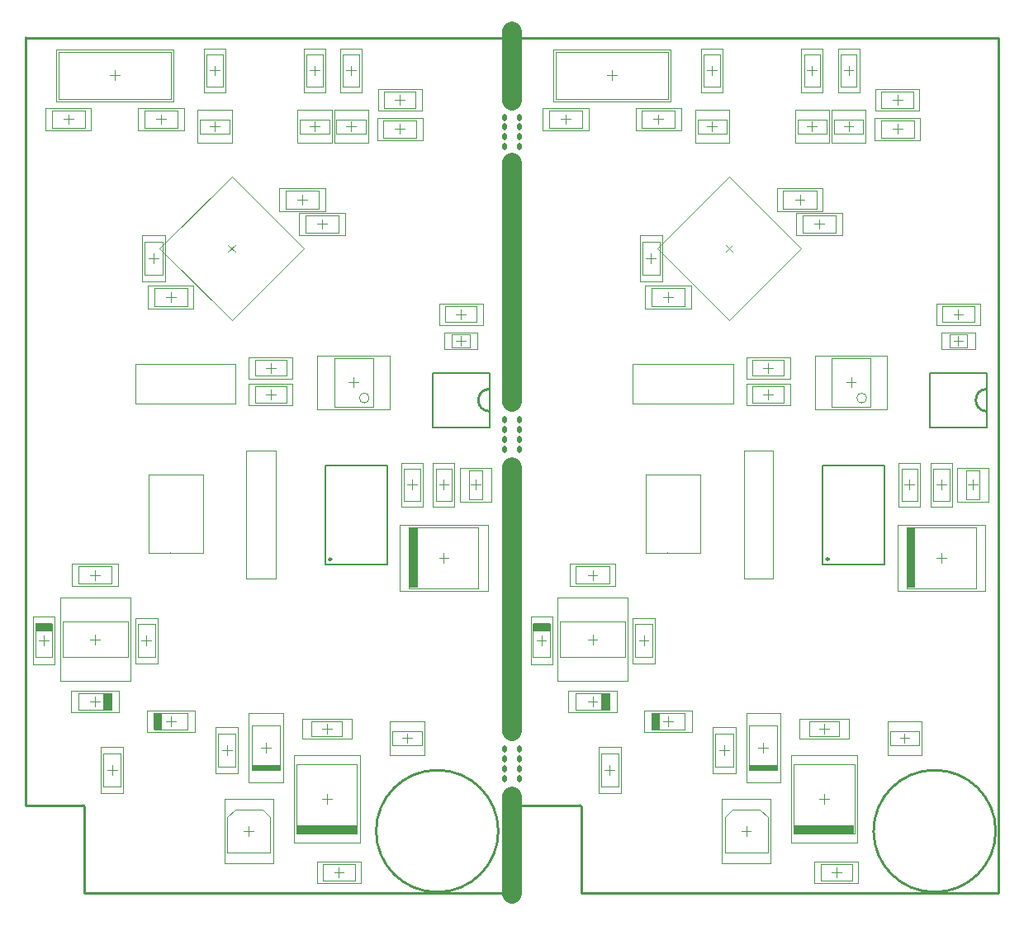
<source format=gbp>
G04*
G04 #@! TF.GenerationSoftware,Altium Limited,Altium Designer,21.3.2 (30)*
G04*
G04 Layer_Color=128*
%FSLAX25Y25*%
%MOIN*%
G70*
G04*
G04 #@! TF.SameCoordinates,2132C70D-00E6-48B3-8683-B54ED86332B3*
G04*
G04*
G04 #@! TF.FilePolarity,Positive*
G04*
G01*
G75*
%ADD36C,0.01000*%
%ADD38C,0.00394*%
%ADD39C,0.00787*%
%ADD40C,0.07874*%
%ADD41C,0.01968*%
%ADD42R,0.03307X0.06692*%
%ADD43R,0.06692X0.03307*%
%ADD44R,0.03765X0.24488*%
%ADD45R,0.24488X0.03765*%
%ADD46R,0.11496X0.02436*%
%ADD47R,0.24488X0.03765*%
%ADD48C,0.00197*%
D36*
X191282Y25589D02*
G03*
X191282Y25492I-24648J-97D01*
G01*
X123937Y135307D02*
G03*
X123937Y135307I-500J0D01*
G01*
X392069Y25589D02*
G03*
X392070Y25492I-24648J-97D01*
G01*
X324724Y135307D02*
G03*
X324724Y135307I-500J0D01*
G01*
X224911Y35425D02*
G03*
X224421Y35915I-490J0D01*
G01*
X24128Y35437D02*
G03*
X23984Y35783I-490J0D01*
G01*
D02*
G03*
X23618Y35935I-366J-366D01*
G01*
X500Y345956D02*
Y346000D01*
Y345956D02*
X393202D01*
Y500D02*
Y345956D01*
X224911Y500D02*
X393202D01*
X224911D02*
Y35425D01*
X199505Y35915D02*
X224421D01*
X199505Y500D02*
Y35915D01*
X199500Y500D02*
X199505D01*
X24128D02*
X199500D01*
X24128D02*
Y35437D01*
X499Y35935D02*
X23618D01*
X499D02*
Y36000D01*
X500D01*
Y346000D01*
X187593Y204036D02*
G03*
X187458Y195049I166J-4497D01*
G01*
X388381Y204036D02*
G03*
X388245Y195049I166J-4497D01*
G01*
D38*
X44713Y198209D02*
X85213D01*
Y214209D01*
X44713D02*
X85213D01*
X44713Y198209D02*
Y214209D01*
X72008Y145630D02*
Y161484D01*
X50197Y169543D02*
X62008D01*
X50197Y137953D02*
Y169543D01*
X72008Y161484D02*
Y169543D01*
X58697D02*
X72102D01*
X58858Y137953D02*
Y138043D01*
X50197Y137953D02*
X72102D01*
X72008D02*
Y145630D01*
X89567Y127638D02*
Y179213D01*
X101378D01*
Y127638D02*
Y179213D01*
X89567Y127638D02*
X101378D01*
X82270Y262219D02*
X85053Y259435D01*
X82270Y259435D02*
X85053Y262219D01*
X54570Y260827D02*
X83661Y289918D01*
Y231735D02*
X112753Y260827D01*
X54570D02*
X83661Y231735D01*
Y289918D02*
X112753Y260827D01*
X245500Y198209D02*
X286000D01*
Y214209D01*
X245500D02*
X286000D01*
X245500Y198209D02*
Y214209D01*
X272795Y145630D02*
Y161484D01*
X250984Y169543D02*
X262795D01*
X250984Y137953D02*
Y169543D01*
X272795Y161484D02*
Y169543D01*
X259484D02*
X272890D01*
X259646Y137953D02*
Y138043D01*
X250984Y137953D02*
X272890D01*
X272795D02*
Y145630D01*
X290354Y127638D02*
Y179213D01*
X302165D01*
Y127638D02*
Y179213D01*
X290354Y127638D02*
X302165D01*
X283057Y262219D02*
X285841Y259435D01*
X283057Y259435D02*
X285841Y262219D01*
X255357Y260827D02*
X284449Y289918D01*
Y231735D02*
X313540Y260827D01*
X255357D02*
X284449Y231735D01*
Y289918D02*
X313540Y260827D01*
X139173Y200394D02*
G03*
X139173Y200394I-1969J0D01*
G01*
X105512Y284055D02*
X118898D01*
X105512Y276969D02*
X118898D01*
X105512D02*
Y284055D01*
X118898Y276969D02*
Y284055D01*
X59153Y321161D02*
Y340256D01*
X13681Y321161D02*
Y340256D01*
Y321161D02*
X59153D01*
X13681Y340256D02*
X59153D01*
X55709Y250197D02*
Y263583D01*
X48622Y250197D02*
Y263583D01*
X55709D01*
X48622Y250197D02*
X55709D01*
X96063Y34252D02*
X99213Y31102D01*
X81890Y16929D02*
X99213Y16732D01*
X81890Y31102D02*
X85039Y34252D01*
X96063D01*
X99213Y16732D02*
Y31102D01*
X81890Y16929D02*
Y31102D01*
X78150Y64764D02*
X85236D01*
X78150Y51378D02*
X85236D01*
Y64764D01*
X78150Y51378D02*
Y64764D01*
X52362Y66536D02*
X65807D01*
X52362Y73228D02*
X65807D01*
Y66536D02*
Y73228D01*
X52362Y66536D02*
Y73228D01*
X31890Y43504D02*
X38976D01*
X31890Y56890D02*
X38976D01*
X31890Y43504D02*
Y56890D01*
X38976Y43504D02*
Y56890D01*
X21791Y81102D02*
X35236D01*
X21791Y74410D02*
X35236D01*
X21791D02*
Y81102D01*
X35236Y74410D02*
Y81102D01*
X45669Y109055D02*
X52756D01*
X45669Y95669D02*
X52756D01*
Y109055D01*
X45669Y95669D02*
Y109055D01*
X4528Y95847D02*
Y109291D01*
X11220Y95847D02*
Y109291D01*
X4528Y95847D02*
X11220D01*
X4528Y109291D02*
X11220D01*
X35236Y125394D02*
Y132480D01*
X21850Y125394D02*
Y132480D01*
Y125394D02*
X35236D01*
X21850Y132480D02*
X35236D01*
X52362Y237598D02*
Y244685D01*
X65748Y237598D02*
Y244685D01*
X52362D02*
X65748D01*
X52362Y237598D02*
X65748D01*
X113386Y274213D02*
X126772D01*
X113386Y267126D02*
X126772D01*
X113386D02*
Y274213D01*
X126772Y267126D02*
Y274213D01*
X158268Y305512D02*
Y312598D01*
X144882Y305512D02*
Y312598D01*
Y305512D02*
X158268D01*
X144882Y312598D02*
X158268D01*
X48425Y316535D02*
X61811D01*
X48425Y309449D02*
X61811D01*
X48425D02*
Y316535D01*
X61811Y309449D02*
Y316535D01*
X11024Y309449D02*
Y316535D01*
X24409Y309449D02*
Y316535D01*
X11024D02*
X24409D01*
X11024Y309449D02*
X24409D01*
X183287Y123583D02*
Y148071D01*
X155295Y123583D02*
Y148071D01*
Y123583D02*
X183287D01*
X155295Y148071D02*
X183287D01*
X109803Y24390D02*
Y52382D01*
X134291Y24390D02*
Y52382D01*
X109803Y24390D02*
X134291D01*
X109803Y52382D02*
X134291D01*
X91693Y68110D02*
X103189D01*
X91693Y50000D02*
X103189D01*
Y68110D01*
X91693Y50000D02*
Y68110D01*
X172638Y220768D02*
Y226083D01*
X179724Y220768D02*
Y226083D01*
X172638D02*
X179724D01*
X172638Y220768D02*
X179724D01*
X115945Y63878D02*
Y69980D01*
X128150Y63878D02*
Y69980D01*
X115945D02*
X128150D01*
X115945Y63878D02*
X128150D01*
X125000Y216535D02*
X140748D01*
X125000Y196850D02*
X140748D01*
X125000D02*
Y216535D01*
X140748Y196850D02*
Y216535D01*
X179331Y159449D02*
X184843D01*
X179331Y171260D02*
X184843D01*
Y159449D02*
Y171260D01*
X179331Y159449D02*
Y171260D01*
X15354Y95669D02*
X41732D01*
X15354Y110236D02*
X41732D01*
X15354Y95669D02*
Y110236D01*
X41732Y95669D02*
Y110236D01*
X148622Y60236D02*
Y65748D01*
Y60236D02*
X160433D01*
X148622Y65748D02*
X160433D01*
Y60236D02*
Y65748D01*
X82677Y307283D02*
Y312795D01*
X70866D02*
X82677D01*
X70866Y307283D02*
X82677D01*
X70866D02*
Y312795D01*
X123031Y307283D02*
Y312795D01*
X111221D02*
X123031D01*
X111221Y307283D02*
X123031D01*
X111221D02*
Y312795D01*
X137795Y307283D02*
Y312795D01*
X125984D02*
X137795D01*
X125984Y307283D02*
X137795D01*
X125984D02*
Y312795D01*
X153248Y158957D02*
Y171752D01*
X159744Y158957D02*
Y171752D01*
X153248Y158957D02*
X159744D01*
X153248Y171752D02*
X159744D01*
X169783Y237500D02*
X182579D01*
X169783Y231004D02*
X182579D01*
X169783D02*
Y237500D01*
X182579Y231004D02*
Y237500D01*
X172539Y158957D02*
Y171752D01*
X166043Y158957D02*
Y171752D01*
X172539D01*
X166043Y158957D02*
X172539D01*
X120571Y12106D02*
X133366D01*
X120571Y5610D02*
X133366D01*
X120571D02*
Y12106D01*
X133366Y5610D02*
Y12106D01*
X145177Y324114D02*
X157972D01*
X145177Y317618D02*
X157972D01*
X145177D02*
Y324114D01*
X157972Y317618D02*
Y324114D01*
X80020Y326279D02*
Y339075D01*
X73524Y326279D02*
Y339075D01*
X80020D01*
X73524Y326279D02*
X80020D01*
X120374D02*
Y339075D01*
X113878Y326279D02*
Y339075D01*
X120374D01*
X113878Y326279D02*
X120374D01*
X135138D02*
Y339075D01*
X128642Y326279D02*
Y339075D01*
X135138D01*
X128642Y326279D02*
X135138D01*
X93012Y209350D02*
X105807D01*
X93012Y215846D02*
X105807D01*
Y209350D02*
Y215846D01*
X93012Y209350D02*
Y215846D01*
Y198524D02*
X105807D01*
X93012Y205020D02*
X105807D01*
Y198524D02*
Y205020D01*
X93012Y198524D02*
Y205020D01*
X339961Y200394D02*
G03*
X339961Y200394I-1969J0D01*
G01*
X306299Y284055D02*
X319685D01*
X306299Y276969D02*
X319685D01*
X306299D02*
Y284055D01*
X319685Y276969D02*
Y284055D01*
X259941Y321161D02*
Y340256D01*
X214469Y321161D02*
Y340256D01*
Y321161D02*
X259941D01*
X214469Y340256D02*
X259941D01*
X256496Y250197D02*
Y263583D01*
X249410Y250197D02*
Y263583D01*
X256496D01*
X249410Y250197D02*
X256496D01*
X296850Y34252D02*
X300000Y31102D01*
X282677Y16929D02*
X300000Y16732D01*
X282677Y31102D02*
X285827Y34252D01*
X296850D01*
X300000Y16732D02*
Y31102D01*
X282677Y16929D02*
Y31102D01*
X278937Y64764D02*
X286024D01*
X278937Y51378D02*
X286024D01*
Y64764D01*
X278937Y51378D02*
Y64764D01*
X253150Y66536D02*
X266594D01*
X253150Y73228D02*
X266594D01*
Y66536D02*
Y73228D01*
X253150Y66536D02*
Y73228D01*
X232677Y43504D02*
X239764D01*
X232677Y56890D02*
X239764D01*
X232677Y43504D02*
Y56890D01*
X239764Y43504D02*
Y56890D01*
X222579Y81102D02*
X236024D01*
X222579Y74410D02*
X236024D01*
X222579D02*
Y81102D01*
X236024Y74410D02*
Y81102D01*
X246457Y109055D02*
X253543D01*
X246457Y95669D02*
X253543D01*
Y109055D01*
X246457Y95669D02*
Y109055D01*
X205315Y95847D02*
Y109291D01*
X212007Y95847D02*
Y109291D01*
X205315Y95847D02*
X212007D01*
X205315Y109291D02*
X212007D01*
X236024Y125394D02*
Y132480D01*
X222638Y125394D02*
Y132480D01*
Y125394D02*
X236024D01*
X222638Y132480D02*
X236024D01*
X253150Y237598D02*
Y244685D01*
X266535Y237598D02*
Y244685D01*
X253150D02*
X266535D01*
X253150Y237598D02*
X266535D01*
X314173Y274213D02*
X327559D01*
X314173Y267126D02*
X327559D01*
X314173D02*
Y274213D01*
X327559Y267126D02*
Y274213D01*
X359055Y305512D02*
Y312598D01*
X345669Y305512D02*
Y312598D01*
Y305512D02*
X359055D01*
X345669Y312598D02*
X359055D01*
X249213Y316535D02*
X262598D01*
X249213Y309449D02*
X262598D01*
X249213D02*
Y316535D01*
X262598Y309449D02*
Y316535D01*
X211811Y309449D02*
Y316535D01*
X225197Y309449D02*
Y316535D01*
X211811D02*
X225197D01*
X211811Y309449D02*
X225197D01*
X384075Y123583D02*
Y148071D01*
X356083Y123583D02*
Y148071D01*
Y123583D02*
X384075D01*
X356083Y148071D02*
X384075D01*
X310591Y24390D02*
Y52382D01*
X335079Y24390D02*
Y52382D01*
X310591Y24390D02*
X335079D01*
X310591Y52382D02*
X335079D01*
X292480Y68110D02*
X303976D01*
X292480Y50000D02*
X303976D01*
Y68110D01*
X292480Y50000D02*
Y68110D01*
X373425Y220768D02*
Y226083D01*
X380512Y220768D02*
Y226083D01*
X373425D02*
X380512D01*
X373425Y220768D02*
X380512D01*
X316732Y63878D02*
Y69980D01*
X328937Y63878D02*
Y69980D01*
X316732D02*
X328937D01*
X316732Y63878D02*
X328937D01*
X325787Y216535D02*
X341535D01*
X325787Y196850D02*
X341535D01*
X325787D02*
Y216535D01*
X341535Y196850D02*
Y216535D01*
X380118Y159449D02*
X385630D01*
X380118Y171260D02*
X385630D01*
Y159449D02*
Y171260D01*
X380118Y159449D02*
Y171260D01*
X216142Y95669D02*
X242520D01*
X216142Y110236D02*
X242520D01*
X216142Y95669D02*
Y110236D01*
X242520Y95669D02*
Y110236D01*
X349410Y60236D02*
Y65748D01*
Y60236D02*
X361221D01*
X349410Y65748D02*
X361221D01*
Y60236D02*
Y65748D01*
X283465Y307283D02*
Y312795D01*
X271654D02*
X283465D01*
X271654Y307283D02*
X283465D01*
X271654D02*
Y312795D01*
X323819Y307283D02*
Y312795D01*
X312008D02*
X323819D01*
X312008Y307283D02*
X323819D01*
X312008D02*
Y312795D01*
X338583Y307283D02*
Y312795D01*
X326772D02*
X338583D01*
X326772Y307283D02*
X338583D01*
X326772D02*
Y312795D01*
X354035Y158957D02*
Y171752D01*
X360531Y158957D02*
Y171752D01*
X354035Y158957D02*
X360531D01*
X354035Y171752D02*
X360531D01*
X370571Y237500D02*
X383366D01*
X370571Y231004D02*
X383366D01*
X370571D02*
Y237500D01*
X383366Y231004D02*
Y237500D01*
X373327Y158957D02*
Y171752D01*
X366831Y158957D02*
Y171752D01*
X373327D01*
X366831Y158957D02*
X373327D01*
X321358Y12106D02*
X334154D01*
X321358Y5610D02*
X334154D01*
X321358D02*
Y12106D01*
X334154Y5610D02*
Y12106D01*
X345965Y324114D02*
X358760D01*
X345965Y317618D02*
X358760D01*
X345965D02*
Y324114D01*
X358760Y317618D02*
Y324114D01*
X280807Y326279D02*
Y339075D01*
X274311Y326279D02*
Y339075D01*
X280807D01*
X274311Y326279D02*
X280807D01*
X321161D02*
Y339075D01*
X314665Y326279D02*
Y339075D01*
X321161D01*
X314665Y326279D02*
X321161D01*
X335925D02*
Y339075D01*
X329429Y326279D02*
Y339075D01*
X335925D01*
X329429Y326279D02*
X335925D01*
X293799Y209350D02*
X306594D01*
X293799Y215846D02*
X306594D01*
Y209350D02*
Y215846D01*
X293799Y209350D02*
Y215846D01*
Y198524D02*
X306594D01*
X293799Y205020D02*
X306594D01*
Y198524D02*
Y205020D01*
X293799Y198524D02*
Y205020D01*
X112205Y278543D02*
Y282480D01*
X110236Y280512D02*
X114173D01*
X34449Y330709D02*
X38386D01*
X36417Y328740D02*
Y332677D01*
X50197Y256890D02*
X54134D01*
X52165Y254921D02*
Y258858D01*
X90551Y23622D02*
Y27559D01*
X88583Y25591D02*
X92520D01*
X81693Y56102D02*
Y60039D01*
X79724Y58071D02*
X83661D01*
X59055Y67913D02*
Y71850D01*
X57087Y69882D02*
X61024D01*
X35433Y48228D02*
Y52165D01*
X33465Y50197D02*
X37402D01*
X28543Y75787D02*
Y79724D01*
X26575Y77756D02*
X30512D01*
X49213Y100394D02*
Y104331D01*
X47244Y102362D02*
X51181D01*
X5906Y102598D02*
X9843D01*
X7874Y100630D02*
Y104567D01*
X26575Y128937D02*
X30512D01*
X28543Y126969D02*
Y130905D01*
X57087Y241142D02*
X61024D01*
X59055Y239173D02*
Y243110D01*
X120079Y268701D02*
Y272638D01*
X118110Y270669D02*
X122047D01*
X149606Y309055D02*
X153543D01*
X151575Y307087D02*
Y311024D01*
X55118D02*
Y314961D01*
X53150Y312992D02*
X57087D01*
X15748D02*
X19685D01*
X17717Y311024D02*
Y314961D01*
X167323Y135827D02*
X171260D01*
X169291Y133858D02*
Y137795D01*
X120079Y38386D02*
X124016D01*
X122047Y36417D02*
Y40354D01*
X97441Y57087D02*
Y61024D01*
X95472Y59055D02*
X99409D01*
X174213Y223425D02*
X178150D01*
X176181Y221457D02*
Y225394D01*
X120079Y66929D02*
X124016D01*
X122047Y64961D02*
Y68898D01*
X132874Y204724D02*
Y208661D01*
X130905Y206693D02*
X134843D01*
X182087Y163386D02*
Y167323D01*
X180118Y165354D02*
X184055D01*
X28543Y100984D02*
Y104921D01*
X26575Y102953D02*
X30512D01*
X154528Y61024D02*
Y64961D01*
X152559Y62992D02*
X156496D01*
X76772Y308071D02*
Y312008D01*
X74803Y310039D02*
X78740D01*
X117126Y308071D02*
Y312008D01*
X115157Y310039D02*
X119095D01*
X131890Y308071D02*
Y312008D01*
X129921Y310039D02*
X133858D01*
X154528Y165354D02*
X158465D01*
X156496Y163386D02*
Y167323D01*
X176181Y232283D02*
Y236221D01*
X174213Y234252D02*
X178150D01*
X167323Y165354D02*
X171260D01*
X169291Y163386D02*
Y167323D01*
X126969Y6890D02*
Y10827D01*
X125000Y8858D02*
X128937D01*
X151575Y318898D02*
Y322835D01*
X149606Y320866D02*
X153543D01*
X74803Y332677D02*
X78740D01*
X76772Y330709D02*
Y334646D01*
X115157Y332677D02*
X119095D01*
X117126Y330709D02*
Y334646D01*
X129921Y332677D02*
X133858D01*
X131890Y330709D02*
Y334646D01*
X99410Y210630D02*
Y214567D01*
X97441Y212598D02*
X101378D01*
X99410Y199803D02*
Y203740D01*
X97441Y201772D02*
X101378D01*
X312992Y278543D02*
Y282480D01*
X311024Y280512D02*
X314961D01*
X235236Y330709D02*
X239173D01*
X237205Y328740D02*
Y332677D01*
X250984Y256890D02*
X254921D01*
X252953Y254921D02*
Y258858D01*
X291339Y23622D02*
Y27559D01*
X289370Y25591D02*
X293307D01*
X282480Y56102D02*
Y60039D01*
X280512Y58071D02*
X284449D01*
X259842Y67913D02*
Y71850D01*
X257874Y69882D02*
X261811D01*
X236221Y48228D02*
Y52165D01*
X234252Y50197D02*
X238189D01*
X229331Y75787D02*
Y79724D01*
X227362Y77756D02*
X231299D01*
X250000Y100394D02*
Y104331D01*
X248031Y102362D02*
X251969D01*
X206693Y102598D02*
X210630D01*
X208661Y100630D02*
Y104567D01*
X227362Y128937D02*
X231299D01*
X229331Y126969D02*
Y130905D01*
X257874Y241142D02*
X261811D01*
X259842Y239173D02*
Y243110D01*
X320866Y268701D02*
Y272638D01*
X318898Y270669D02*
X322835D01*
X350394Y309055D02*
X354331D01*
X352362Y307087D02*
Y311024D01*
X255906D02*
Y314961D01*
X253937Y312992D02*
X257874D01*
X216535D02*
X220473D01*
X218504Y311024D02*
Y314961D01*
X368110Y135827D02*
X372047D01*
X370079Y133858D02*
Y137795D01*
X320866Y38386D02*
X324803D01*
X322835Y36417D02*
Y40354D01*
X298228Y57087D02*
Y61024D01*
X296260Y59055D02*
X300197D01*
X375000Y223425D02*
X378937D01*
X376969Y221457D02*
Y225394D01*
X320866Y66929D02*
X324803D01*
X322835Y64961D02*
Y68898D01*
X333661Y204724D02*
Y208661D01*
X331693Y206693D02*
X335630D01*
X382874Y163386D02*
Y167323D01*
X380906Y165354D02*
X384842D01*
X229331Y100984D02*
Y104921D01*
X227362Y102953D02*
X231299D01*
X355315Y61024D02*
Y64961D01*
X353346Y62992D02*
X357283D01*
X277559Y308071D02*
Y312008D01*
X275590Y310039D02*
X279528D01*
X317913Y308071D02*
Y312008D01*
X315945Y310039D02*
X319882D01*
X332677Y308071D02*
Y312008D01*
X330709Y310039D02*
X334646D01*
X355315Y165354D02*
X359252D01*
X357283Y163386D02*
Y167323D01*
X376969Y232283D02*
Y236221D01*
X375000Y234252D02*
X378937D01*
X368110Y165354D02*
X372047D01*
X370079Y163386D02*
Y167323D01*
X327756Y6890D02*
Y10827D01*
X325787Y8858D02*
X329724D01*
X352362Y318898D02*
Y322835D01*
X350394Y320866D02*
X354331D01*
X275591Y332677D02*
X279528D01*
X277559Y330709D02*
Y334646D01*
X315945Y332677D02*
X319882D01*
X317913Y330709D02*
Y334646D01*
X330709Y332677D02*
X334646D01*
X332677Y330709D02*
Y334646D01*
X300197Y210630D02*
Y214567D01*
X298228Y212598D02*
X302165D01*
X300197Y199803D02*
Y203740D01*
X298228Y201772D02*
X302165D01*
D39*
X121437Y173307D02*
X146437D01*
Y133307D02*
Y173307D01*
X121437Y133307D02*
X146437D01*
X121437D02*
Y173307D01*
Y133307D02*
Y173307D01*
X322224D02*
X347224D01*
Y133307D02*
Y173307D01*
X322224Y133307D02*
X347224D01*
X322224D02*
Y173307D01*
Y133307D02*
Y173307D01*
X164760Y188567D02*
Y210567D01*
Y188567D02*
X187760D01*
X164760Y210567D02*
X187760D01*
Y188567D02*
Y210567D01*
X365547Y188567D02*
Y210567D01*
Y188567D02*
X388547D01*
X365547Y210567D02*
X388547D01*
Y188567D02*
Y210567D01*
D40*
X196850Y0D02*
Y39370D01*
X196883Y65927D02*
Y172424D01*
X196850Y198819D02*
Y295472D01*
Y198819D02*
Y295472D01*
X196845Y320500D02*
Y348500D01*
D41*
X199803Y46244D02*
Y47244D01*
Y50181D02*
Y51181D01*
Y54118D02*
Y55118D01*
Y58055D02*
Y59055D01*
X193898Y58055D02*
Y59055D01*
Y54118D02*
Y55118D01*
Y50181D02*
Y51181D01*
Y46244D02*
Y47244D01*
X199836Y179207D02*
Y180207D01*
Y183144D02*
Y184144D01*
Y187081D02*
Y188081D01*
Y191018D02*
Y192018D01*
X193931Y191018D02*
Y192018D01*
Y187081D02*
Y188081D01*
Y183144D02*
Y184144D01*
Y179207D02*
Y180207D01*
X199803Y313280D02*
Y314280D01*
Y309343D02*
Y310343D01*
Y305405D02*
Y306405D01*
Y301468D02*
Y302468D01*
X193898Y301468D02*
Y302468D01*
Y305405D02*
Y306405D01*
Y309343D02*
Y310343D01*
Y313280D02*
Y314280D01*
D42*
X53959Y69881D02*
D03*
X33640Y77755D02*
D03*
X254746Y69881D02*
D03*
X234427Y77755D02*
D03*
D43*
X7873Y107696D02*
D03*
X208661D02*
D03*
D44*
X157178Y135827D02*
D03*
X357965D02*
D03*
D45*
X122047Y26272D02*
D03*
D46*
X97443Y51219D02*
D03*
X298231D02*
D03*
D47*
X322835Y26272D02*
D03*
D48*
X102953Y285039D02*
X121457D01*
X102953Y275984D02*
X121457D01*
X102953D02*
Y285039D01*
X121457Y275984D02*
Y285039D01*
X60138Y320177D02*
Y341240D01*
X12697Y320177D02*
Y341240D01*
Y320177D02*
X60138D01*
X12697Y341240D02*
X60138D01*
X56693Y247638D02*
Y266142D01*
X47638Y247638D02*
Y266142D01*
X56693D01*
X47638Y247638D02*
X56693D01*
X80709Y38583D02*
X100394D01*
X80709Y12598D02*
X100394D01*
Y38583D01*
X80709Y12598D02*
Y38583D01*
X77165Y67323D02*
X86221D01*
X77165Y48819D02*
X86221D01*
Y67323D01*
X77165Y48819D02*
Y67323D01*
X49370Y65551D02*
Y74213D01*
Y65551D02*
X68740D01*
X49370Y74213D02*
X68740D01*
Y65551D02*
Y74213D01*
X30906Y40945D02*
X39961D01*
X30906Y59449D02*
X39961D01*
X30906Y40945D02*
Y59449D01*
X39961Y40945D02*
Y59449D01*
X38228Y73425D02*
Y82087D01*
X18858D02*
X38228D01*
X18858Y73425D02*
X38228D01*
X18858D02*
Y82087D01*
X44685Y111614D02*
X53740D01*
X44685Y93110D02*
X53740D01*
Y111614D01*
X44685Y93110D02*
Y111614D01*
X3543Y112284D02*
X12205D01*
X3543Y92913D02*
Y112284D01*
X12205Y92913D02*
Y112284D01*
X3543Y92913D02*
X12205D01*
X37795Y124409D02*
Y133465D01*
X19291Y124409D02*
Y133465D01*
Y124409D02*
X37795D01*
X19291Y133465D02*
X37795D01*
X49803Y236614D02*
Y245669D01*
X68307Y236614D02*
Y245669D01*
X49803D02*
X68307D01*
X49803Y236614D02*
X68307D01*
X110827Y275197D02*
X129331D01*
X110827Y266142D02*
X129331D01*
X110827D02*
Y275197D01*
X129331Y266142D02*
Y275197D01*
X160827Y304528D02*
Y313583D01*
X142323Y304528D02*
Y313583D01*
Y304528D02*
X160827D01*
X142323Y313583D02*
X160827D01*
X45866Y317520D02*
X64370D01*
X45866Y308465D02*
X64370D01*
X45866D02*
Y317520D01*
X64370Y308465D02*
Y317520D01*
X8465Y308465D02*
Y317520D01*
X26969Y308465D02*
Y317520D01*
X8465D02*
X26969D01*
X8465Y308465D02*
X26969D01*
X187008Y122441D02*
Y149213D01*
X151575Y122441D02*
Y149213D01*
Y122441D02*
X187008D01*
X151575Y149213D02*
X187008D01*
X108661Y20669D02*
Y56102D01*
X135433Y20669D02*
Y56102D01*
X108661Y20669D02*
X135433D01*
X108661Y56102D02*
X135433D01*
X90551Y73055D02*
X104331D01*
X90551Y45055D02*
X104331D01*
Y73055D01*
X90551Y45055D02*
Y73055D01*
X169488Y220079D02*
Y226772D01*
X182874Y220079D02*
Y226772D01*
X169488D02*
X182874D01*
X169488Y220079D02*
X182874D01*
X112008Y62894D02*
Y70965D01*
X132087Y62894D02*
Y70965D01*
X112008D02*
X132087D01*
X112008Y62894D02*
X132087D01*
X118307Y217520D02*
X147441D01*
X118307Y195866D02*
X147441D01*
X118307D02*
Y217520D01*
X147441Y195866D02*
Y217520D01*
X175787Y158465D02*
X188386D01*
X175787Y172244D02*
X188386D01*
Y158465D02*
Y172244D01*
X175787Y158465D02*
Y172244D01*
X14370Y86221D02*
X42717D01*
X14370Y119685D02*
X42717D01*
X14370Y86221D02*
Y119685D01*
X42717Y86221D02*
Y119685D01*
X147638Y69685D02*
X161417D01*
X147638Y56299D02*
X161417D01*
Y69685D01*
X147638Y56299D02*
Y69685D01*
X69882Y303346D02*
X83661D01*
X69882Y316732D02*
X83661D01*
X69882Y303346D02*
Y316732D01*
X83661Y303346D02*
Y316732D01*
X110236Y303346D02*
X124016D01*
X110236Y316732D02*
X124016D01*
X110236Y303346D02*
Y316732D01*
X124016Y303346D02*
Y316732D01*
X125000Y303346D02*
X138779D01*
X125000Y316732D02*
X138779D01*
X125000Y303346D02*
Y316732D01*
X138779Y303346D02*
Y316732D01*
X152165Y156496D02*
Y174213D01*
X160827Y156496D02*
Y174213D01*
X152165Y156496D02*
X160827D01*
X152165Y174213D02*
X160827D01*
X167323Y238583D02*
X185039D01*
X167323Y229921D02*
X185039D01*
X167323D02*
Y238583D01*
X185039Y229921D02*
Y238583D01*
X173622Y156496D02*
Y174213D01*
X164961Y156496D02*
Y174213D01*
X173622D01*
X164961Y156496D02*
X173622D01*
X118110Y13189D02*
X135827D01*
X118110Y4528D02*
X135827D01*
X118110D02*
Y13189D01*
X135827Y4528D02*
Y13189D01*
X142717Y325197D02*
X160433D01*
X142717Y316535D02*
X160433D01*
X142717D02*
Y325197D01*
X160433Y316535D02*
Y325197D01*
X81102Y323819D02*
Y341535D01*
X72441Y323819D02*
Y341535D01*
X81102D01*
X72441Y323819D02*
X81102D01*
X121457D02*
Y341535D01*
X112795Y323819D02*
Y341535D01*
X121457D01*
X112795Y323819D02*
X121457D01*
X136221D02*
Y341535D01*
X127559Y323819D02*
Y341535D01*
X136221D01*
X127559Y323819D02*
X136221D01*
X90551Y208268D02*
X108268D01*
X90551Y216929D02*
X108268D01*
Y208268D02*
Y216929D01*
X90551Y208268D02*
Y216929D01*
Y197441D02*
X108268D01*
X90551Y206102D02*
X108268D01*
Y197441D02*
Y206102D01*
X90551Y197441D02*
Y206102D01*
X303740Y285039D02*
X322244D01*
X303740Y275984D02*
X322244D01*
X303740D02*
Y285039D01*
X322244Y275984D02*
Y285039D01*
X260925Y320177D02*
Y341240D01*
X213484Y320177D02*
Y341240D01*
Y320177D02*
X260925D01*
X213484Y341240D02*
X260925D01*
X257480Y247638D02*
Y266142D01*
X248425Y247638D02*
Y266142D01*
X257480D01*
X248425Y247638D02*
X257480D01*
X281496Y38583D02*
X301181D01*
X281496Y12598D02*
X301181D01*
Y38583D01*
X281496Y12598D02*
Y38583D01*
X277953Y67323D02*
X287008D01*
X277953Y48819D02*
X287008D01*
Y67323D01*
X277953Y48819D02*
Y67323D01*
X250157Y65551D02*
Y74213D01*
Y65551D02*
X269528D01*
X250157Y74213D02*
X269528D01*
Y65551D02*
Y74213D01*
X231693Y40945D02*
X240748D01*
X231693Y59449D02*
X240748D01*
X231693Y40945D02*
Y59449D01*
X240748Y40945D02*
Y59449D01*
X239016Y73425D02*
Y82087D01*
X219646D02*
X239016D01*
X219646Y73425D02*
X239016D01*
X219646D02*
Y82087D01*
X245472Y111614D02*
X254528D01*
X245472Y93110D02*
X254528D01*
Y111614D01*
X245472Y93110D02*
Y111614D01*
X204331Y112284D02*
X212992D01*
X204331Y92913D02*
Y112284D01*
X212992Y92913D02*
Y112284D01*
X204331Y92913D02*
X212992D01*
X238583Y124409D02*
Y133465D01*
X220079Y124409D02*
Y133465D01*
Y124409D02*
X238583D01*
X220079Y133465D02*
X238583D01*
X250591Y236614D02*
Y245669D01*
X269094Y236614D02*
Y245669D01*
X250591D02*
X269094D01*
X250591Y236614D02*
X269094D01*
X311614Y275197D02*
X330118D01*
X311614Y266142D02*
X330118D01*
X311614D02*
Y275197D01*
X330118Y266142D02*
Y275197D01*
X361614Y304528D02*
Y313583D01*
X343110Y304528D02*
Y313583D01*
Y304528D02*
X361614D01*
X343110Y313583D02*
X361614D01*
X246654Y317520D02*
X265158D01*
X246654Y308465D02*
X265158D01*
X246654D02*
Y317520D01*
X265158Y308465D02*
Y317520D01*
X209252Y308465D02*
Y317520D01*
X227756Y308465D02*
Y317520D01*
X209252D02*
X227756D01*
X209252Y308465D02*
X227756D01*
X387795Y122441D02*
Y149213D01*
X352362Y122441D02*
Y149213D01*
Y122441D02*
X387795D01*
X352362Y149213D02*
X387795D01*
X309449Y20669D02*
Y56102D01*
X336221Y20669D02*
Y56102D01*
X309449Y20669D02*
X336221D01*
X309449Y56102D02*
X336221D01*
X291339Y73055D02*
X305118D01*
X291339Y45055D02*
X305118D01*
Y73055D01*
X291339Y45055D02*
Y73055D01*
X370276Y220079D02*
Y226772D01*
X383661Y220079D02*
Y226772D01*
X370276D02*
X383661D01*
X370276Y220079D02*
X383661D01*
X312795Y62894D02*
Y70965D01*
X332874Y62894D02*
Y70965D01*
X312795D02*
X332874D01*
X312795Y62894D02*
X332874D01*
X319094Y217520D02*
X348228D01*
X319094Y195866D02*
X348228D01*
X319094D02*
Y217520D01*
X348228Y195866D02*
Y217520D01*
X376575Y158465D02*
X389173D01*
X376575Y172244D02*
X389173D01*
Y158465D02*
Y172244D01*
X376575Y158465D02*
Y172244D01*
X215158Y86221D02*
X243504D01*
X215158Y119685D02*
X243504D01*
X215158Y86221D02*
Y119685D01*
X243504Y86221D02*
Y119685D01*
X348425Y69685D02*
X362205D01*
X348425Y56299D02*
X362205D01*
Y69685D01*
X348425Y56299D02*
Y69685D01*
X270669Y303346D02*
X284449D01*
X270669Y316732D02*
X284449D01*
X270669Y303346D02*
Y316732D01*
X284449Y303346D02*
Y316732D01*
X311024Y303346D02*
X324803D01*
X311024Y316732D02*
X324803D01*
X311024Y303346D02*
Y316732D01*
X324803Y303346D02*
Y316732D01*
X325787Y303346D02*
X339567D01*
X325787Y316732D02*
X339567D01*
X325787Y303346D02*
Y316732D01*
X339567Y303346D02*
Y316732D01*
X352953Y156496D02*
Y174213D01*
X361614Y156496D02*
Y174213D01*
X352953Y156496D02*
X361614D01*
X352953Y174213D02*
X361614D01*
X368110Y238583D02*
X385827D01*
X368110Y229921D02*
X385827D01*
X368110D02*
Y238583D01*
X385827Y229921D02*
Y238583D01*
X374410Y156496D02*
Y174213D01*
X365748Y156496D02*
Y174213D01*
X374410D01*
X365748Y156496D02*
X374410D01*
X318898Y13189D02*
X336614D01*
X318898Y4528D02*
X336614D01*
X318898D02*
Y13189D01*
X336614Y4528D02*
Y13189D01*
X343504Y325197D02*
X361221D01*
X343504Y316535D02*
X361221D01*
X343504D02*
Y325197D01*
X361221Y316535D02*
Y325197D01*
X281890Y323819D02*
Y341535D01*
X273228Y323819D02*
Y341535D01*
X281890D01*
X273228Y323819D02*
X281890D01*
X322244D02*
Y341535D01*
X313583Y323819D02*
Y341535D01*
X322244D01*
X313583Y323819D02*
X322244D01*
X337008D02*
Y341535D01*
X328346Y323819D02*
Y341535D01*
X337008D01*
X328346Y323819D02*
X337008D01*
X291339Y208268D02*
X309055D01*
X291339Y216929D02*
X309055D01*
Y208268D02*
Y216929D01*
X291339Y208268D02*
Y216929D01*
Y197441D02*
X309055D01*
X291339Y206102D02*
X309055D01*
Y197441D02*
Y206102D01*
X291339Y197441D02*
Y206102D01*
M02*

</source>
